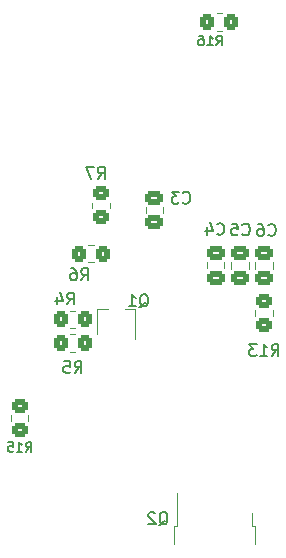
<source format=gbo>
G04 #@! TF.GenerationSoftware,KiCad,Pcbnew,(6.0.6)*
G04 #@! TF.CreationDate,2022-08-27T12:11:26+02:00*
G04 #@! TF.ProjectId,switched-load-module,73776974-6368-4656-942d-6c6f61642d6d,rev?*
G04 #@! TF.SameCoordinates,Original*
G04 #@! TF.FileFunction,Legend,Bot*
G04 #@! TF.FilePolarity,Positive*
%FSLAX46Y46*%
G04 Gerber Fmt 4.6, Leading zero omitted, Abs format (unit mm)*
G04 Created by KiCad (PCBNEW (6.0.6)) date 2022-08-27 12:11:26*
%MOMM*%
%LPD*%
G01*
G04 APERTURE LIST*
G04 Aperture macros list*
%AMRoundRect*
0 Rectangle with rounded corners*
0 $1 Rounding radius*
0 $2 $3 $4 $5 $6 $7 $8 $9 X,Y pos of 4 corners*
0 Add a 4 corners polygon primitive as box body*
4,1,4,$2,$3,$4,$5,$6,$7,$8,$9,$2,$3,0*
0 Add four circle primitives for the rounded corners*
1,1,$1+$1,$2,$3*
1,1,$1+$1,$4,$5*
1,1,$1+$1,$6,$7*
1,1,$1+$1,$8,$9*
0 Add four rect primitives between the rounded corners*
20,1,$1+$1,$2,$3,$4,$5,0*
20,1,$1+$1,$4,$5,$6,$7,0*
20,1,$1+$1,$6,$7,$8,$9,0*
20,1,$1+$1,$8,$9,$2,$3,0*%
G04 Aperture macros list end*
%ADD10C,0.150000*%
%ADD11C,0.120000*%
%ADD12C,1.515000*%
%ADD13R,2.600000X2.600000*%
%ADD14C,2.600000*%
%ADD15R,1.700000X1.700000*%
%ADD16O,1.700000X1.700000*%
%ADD17C,2.400000*%
%ADD18O,2.400000X2.400000*%
%ADD19C,3.200000*%
%ADD20RoundRect,0.250000X0.350000X0.450000X-0.350000X0.450000X-0.350000X-0.450000X0.350000X-0.450000X0*%
%ADD21RoundRect,0.250000X-0.475000X0.337500X-0.475000X-0.337500X0.475000X-0.337500X0.475000X0.337500X0*%
%ADD22RoundRect,0.250000X0.450000X-0.350000X0.450000X0.350000X-0.450000X0.350000X-0.450000X-0.350000X0*%
%ADD23RoundRect,0.250000X-0.350000X-0.450000X0.350000X-0.450000X0.350000X0.450000X-0.350000X0.450000X0*%
%ADD24RoundRect,0.250000X-0.450000X0.350000X-0.450000X-0.350000X0.450000X-0.350000X0.450000X0.350000X0*%
%ADD25R,0.700000X1.000000*%
%ADD26RoundRect,0.250000X0.475000X-0.337500X0.475000X0.337500X-0.475000X0.337500X-0.475000X-0.337500X0*%
%ADD27R,1.200000X2.200000*%
%ADD28R,5.800000X6.400000*%
G04 APERTURE END LIST*
D10*
X45516666Y-75902380D02*
X45850000Y-75426190D01*
X46088095Y-75902380D02*
X46088095Y-74902380D01*
X45707142Y-74902380D01*
X45611904Y-74950000D01*
X45564285Y-74997619D01*
X45516666Y-75092857D01*
X45516666Y-75235714D01*
X45564285Y-75330952D01*
X45611904Y-75378571D01*
X45707142Y-75426190D01*
X46088095Y-75426190D01*
X44611904Y-74902380D02*
X45088095Y-74902380D01*
X45135714Y-75378571D01*
X45088095Y-75330952D01*
X44992857Y-75283333D01*
X44754761Y-75283333D01*
X44659523Y-75330952D01*
X44611904Y-75378571D01*
X44564285Y-75473809D01*
X44564285Y-75711904D01*
X44611904Y-75807142D01*
X44659523Y-75854761D01*
X44754761Y-75902380D01*
X44992857Y-75902380D01*
X45088095Y-75854761D01*
X45135714Y-75807142D01*
X61916666Y-64207142D02*
X61964285Y-64254761D01*
X62107142Y-64302380D01*
X62202380Y-64302380D01*
X62345238Y-64254761D01*
X62440476Y-64159523D01*
X62488095Y-64064285D01*
X62535714Y-63873809D01*
X62535714Y-63730952D01*
X62488095Y-63540476D01*
X62440476Y-63445238D01*
X62345238Y-63350000D01*
X62202380Y-63302380D01*
X62107142Y-63302380D01*
X61964285Y-63350000D01*
X61916666Y-63397619D01*
X61059523Y-63302380D02*
X61250000Y-63302380D01*
X61345238Y-63350000D01*
X61392857Y-63397619D01*
X61488095Y-63540476D01*
X61535714Y-63730952D01*
X61535714Y-64111904D01*
X61488095Y-64207142D01*
X61440476Y-64254761D01*
X61345238Y-64302380D01*
X61154761Y-64302380D01*
X61059523Y-64254761D01*
X61011904Y-64207142D01*
X60964285Y-64111904D01*
X60964285Y-63873809D01*
X61011904Y-63778571D01*
X61059523Y-63730952D01*
X61154761Y-63683333D01*
X61345238Y-63683333D01*
X61440476Y-63730952D01*
X61488095Y-63778571D01*
X61535714Y-63873809D01*
X47466666Y-59452380D02*
X47800000Y-58976190D01*
X48038095Y-59452380D02*
X48038095Y-58452380D01*
X47657142Y-58452380D01*
X47561904Y-58500000D01*
X47514285Y-58547619D01*
X47466666Y-58642857D01*
X47466666Y-58785714D01*
X47514285Y-58880952D01*
X47561904Y-58928571D01*
X47657142Y-58976190D01*
X48038095Y-58976190D01*
X47133333Y-58452380D02*
X46466666Y-58452380D01*
X46895238Y-59452380D01*
X44866666Y-70102380D02*
X45200000Y-69626190D01*
X45438095Y-70102380D02*
X45438095Y-69102380D01*
X45057142Y-69102380D01*
X44961904Y-69150000D01*
X44914285Y-69197619D01*
X44866666Y-69292857D01*
X44866666Y-69435714D01*
X44914285Y-69530952D01*
X44961904Y-69578571D01*
X45057142Y-69626190D01*
X45438095Y-69626190D01*
X44009523Y-69435714D02*
X44009523Y-70102380D01*
X44247619Y-69054761D02*
X44485714Y-69769047D01*
X43866666Y-69769047D01*
X62192857Y-74452380D02*
X62526190Y-73976190D01*
X62764285Y-74452380D02*
X62764285Y-73452380D01*
X62383333Y-73452380D01*
X62288095Y-73500000D01*
X62240476Y-73547619D01*
X62192857Y-73642857D01*
X62192857Y-73785714D01*
X62240476Y-73880952D01*
X62288095Y-73928571D01*
X62383333Y-73976190D01*
X62764285Y-73976190D01*
X61240476Y-74452380D02*
X61811904Y-74452380D01*
X61526190Y-74452380D02*
X61526190Y-73452380D01*
X61621428Y-73595238D01*
X61716666Y-73690476D01*
X61811904Y-73738095D01*
X60907142Y-73452380D02*
X60288095Y-73452380D01*
X60621428Y-73833333D01*
X60478571Y-73833333D01*
X60383333Y-73880952D01*
X60335714Y-73928571D01*
X60288095Y-74023809D01*
X60288095Y-74261904D01*
X60335714Y-74357142D01*
X60383333Y-74404761D01*
X60478571Y-74452380D01*
X60764285Y-74452380D01*
X60859523Y-74404761D01*
X60907142Y-74357142D01*
X50995238Y-70347619D02*
X51090476Y-70300000D01*
X51185714Y-70204761D01*
X51328571Y-70061904D01*
X51423809Y-70014285D01*
X51519047Y-70014285D01*
X51471428Y-70252380D02*
X51566666Y-70204761D01*
X51661904Y-70109523D01*
X51709523Y-69919047D01*
X51709523Y-69585714D01*
X51661904Y-69395238D01*
X51566666Y-69300000D01*
X51471428Y-69252380D01*
X51280952Y-69252380D01*
X51185714Y-69300000D01*
X51090476Y-69395238D01*
X51042857Y-69585714D01*
X51042857Y-69919047D01*
X51090476Y-70109523D01*
X51185714Y-70204761D01*
X51280952Y-70252380D01*
X51471428Y-70252380D01*
X50090476Y-70252380D02*
X50661904Y-70252380D01*
X50376190Y-70252380D02*
X50376190Y-69252380D01*
X50471428Y-69395238D01*
X50566666Y-69490476D01*
X50661904Y-69538095D01*
X57514285Y-48161904D02*
X57780952Y-47780952D01*
X57971428Y-48161904D02*
X57971428Y-47361904D01*
X57666666Y-47361904D01*
X57590476Y-47400000D01*
X57552380Y-47438095D01*
X57514285Y-47514285D01*
X57514285Y-47628571D01*
X57552380Y-47704761D01*
X57590476Y-47742857D01*
X57666666Y-47780952D01*
X57971428Y-47780952D01*
X56752380Y-48161904D02*
X57209523Y-48161904D01*
X56980952Y-48161904D02*
X56980952Y-47361904D01*
X57057142Y-47476190D01*
X57133333Y-47552380D01*
X57209523Y-47590476D01*
X56066666Y-47361904D02*
X56219047Y-47361904D01*
X56295238Y-47400000D01*
X56333333Y-47438095D01*
X56409523Y-47552380D01*
X56447619Y-47704761D01*
X56447619Y-48009523D01*
X56409523Y-48085714D01*
X56371428Y-48123809D01*
X56295238Y-48161904D01*
X56142857Y-48161904D01*
X56066666Y-48123809D01*
X56028571Y-48085714D01*
X55990476Y-48009523D01*
X55990476Y-47819047D01*
X56028571Y-47742857D01*
X56066666Y-47704761D01*
X56142857Y-47666666D01*
X56295238Y-47666666D01*
X56371428Y-47704761D01*
X56409523Y-47742857D01*
X56447619Y-47819047D01*
X46066666Y-68052380D02*
X46400000Y-67576190D01*
X46638095Y-68052380D02*
X46638095Y-67052380D01*
X46257142Y-67052380D01*
X46161904Y-67100000D01*
X46114285Y-67147619D01*
X46066666Y-67242857D01*
X46066666Y-67385714D01*
X46114285Y-67480952D01*
X46161904Y-67528571D01*
X46257142Y-67576190D01*
X46638095Y-67576190D01*
X45209523Y-67052380D02*
X45400000Y-67052380D01*
X45495238Y-67100000D01*
X45542857Y-67147619D01*
X45638095Y-67290476D01*
X45685714Y-67480952D01*
X45685714Y-67861904D01*
X45638095Y-67957142D01*
X45590476Y-68004761D01*
X45495238Y-68052380D01*
X45304761Y-68052380D01*
X45209523Y-68004761D01*
X45161904Y-67957142D01*
X45114285Y-67861904D01*
X45114285Y-67623809D01*
X45161904Y-67528571D01*
X45209523Y-67480952D01*
X45304761Y-67433333D01*
X45495238Y-67433333D01*
X45590476Y-67480952D01*
X45638095Y-67528571D01*
X45685714Y-67623809D01*
X54666666Y-61457142D02*
X54714285Y-61504761D01*
X54857142Y-61552380D01*
X54952380Y-61552380D01*
X55095238Y-61504761D01*
X55190476Y-61409523D01*
X55238095Y-61314285D01*
X55285714Y-61123809D01*
X55285714Y-60980952D01*
X55238095Y-60790476D01*
X55190476Y-60695238D01*
X55095238Y-60600000D01*
X54952380Y-60552380D01*
X54857142Y-60552380D01*
X54714285Y-60600000D01*
X54666666Y-60647619D01*
X54333333Y-60552380D02*
X53714285Y-60552380D01*
X54047619Y-60933333D01*
X53904761Y-60933333D01*
X53809523Y-60980952D01*
X53761904Y-61028571D01*
X53714285Y-61123809D01*
X53714285Y-61361904D01*
X53761904Y-61457142D01*
X53809523Y-61504761D01*
X53904761Y-61552380D01*
X54190476Y-61552380D01*
X54285714Y-61504761D01*
X54333333Y-61457142D01*
X59716666Y-64157142D02*
X59764285Y-64204761D01*
X59907142Y-64252380D01*
X60002380Y-64252380D01*
X60145238Y-64204761D01*
X60240476Y-64109523D01*
X60288095Y-64014285D01*
X60335714Y-63823809D01*
X60335714Y-63680952D01*
X60288095Y-63490476D01*
X60240476Y-63395238D01*
X60145238Y-63300000D01*
X60002380Y-63252380D01*
X59907142Y-63252380D01*
X59764285Y-63300000D01*
X59716666Y-63347619D01*
X58811904Y-63252380D02*
X59288095Y-63252380D01*
X59335714Y-63728571D01*
X59288095Y-63680952D01*
X59192857Y-63633333D01*
X58954761Y-63633333D01*
X58859523Y-63680952D01*
X58811904Y-63728571D01*
X58764285Y-63823809D01*
X58764285Y-64061904D01*
X58811904Y-64157142D01*
X58859523Y-64204761D01*
X58954761Y-64252380D01*
X59192857Y-64252380D01*
X59288095Y-64204761D01*
X59335714Y-64157142D01*
X41364285Y-82561904D02*
X41630952Y-82180952D01*
X41821428Y-82561904D02*
X41821428Y-81761904D01*
X41516666Y-81761904D01*
X41440476Y-81800000D01*
X41402380Y-81838095D01*
X41364285Y-81914285D01*
X41364285Y-82028571D01*
X41402380Y-82104761D01*
X41440476Y-82142857D01*
X41516666Y-82180952D01*
X41821428Y-82180952D01*
X40602380Y-82561904D02*
X41059523Y-82561904D01*
X40830952Y-82561904D02*
X40830952Y-81761904D01*
X40907142Y-81876190D01*
X40983333Y-81952380D01*
X41059523Y-81990476D01*
X39878571Y-81761904D02*
X40259523Y-81761904D01*
X40297619Y-82142857D01*
X40259523Y-82104761D01*
X40183333Y-82066666D01*
X39992857Y-82066666D01*
X39916666Y-82104761D01*
X39878571Y-82142857D01*
X39840476Y-82219047D01*
X39840476Y-82409523D01*
X39878571Y-82485714D01*
X39916666Y-82523809D01*
X39992857Y-82561904D01*
X40183333Y-82561904D01*
X40259523Y-82523809D01*
X40297619Y-82485714D01*
X57566666Y-64107142D02*
X57614285Y-64154761D01*
X57757142Y-64202380D01*
X57852380Y-64202380D01*
X57995238Y-64154761D01*
X58090476Y-64059523D01*
X58138095Y-63964285D01*
X58185714Y-63773809D01*
X58185714Y-63630952D01*
X58138095Y-63440476D01*
X58090476Y-63345238D01*
X57995238Y-63250000D01*
X57852380Y-63202380D01*
X57757142Y-63202380D01*
X57614285Y-63250000D01*
X57566666Y-63297619D01*
X56709523Y-63535714D02*
X56709523Y-64202380D01*
X56947619Y-63154761D02*
X57185714Y-63869047D01*
X56566666Y-63869047D01*
X52645238Y-88797619D02*
X52740476Y-88750000D01*
X52835714Y-88654761D01*
X52978571Y-88511904D01*
X53073809Y-88464285D01*
X53169047Y-88464285D01*
X53121428Y-88702380D02*
X53216666Y-88654761D01*
X53311904Y-88559523D01*
X53359523Y-88369047D01*
X53359523Y-88035714D01*
X53311904Y-87845238D01*
X53216666Y-87750000D01*
X53121428Y-87702380D01*
X52930952Y-87702380D01*
X52835714Y-87750000D01*
X52740476Y-87845238D01*
X52692857Y-88035714D01*
X52692857Y-88369047D01*
X52740476Y-88559523D01*
X52835714Y-88654761D01*
X52930952Y-88702380D01*
X53121428Y-88702380D01*
X52311904Y-87797619D02*
X52264285Y-87750000D01*
X52169047Y-87702380D01*
X51930952Y-87702380D01*
X51835714Y-87750000D01*
X51788095Y-87797619D01*
X51740476Y-87892857D01*
X51740476Y-87988095D01*
X51788095Y-88130952D01*
X52359523Y-88702380D01*
X51740476Y-88702380D01*
D11*
X45577064Y-72615000D02*
X45122936Y-72615000D01*
X45577064Y-74085000D02*
X45122936Y-74085000D01*
X62285000Y-66538748D02*
X62285000Y-67061252D01*
X60815000Y-66538748D02*
X60815000Y-67061252D01*
X47015000Y-61927064D02*
X47015000Y-61472936D01*
X48485000Y-61927064D02*
X48485000Y-61472936D01*
X45122936Y-70615000D02*
X45577064Y-70615000D01*
X45122936Y-72085000D02*
X45577064Y-72085000D01*
X60815000Y-70610436D02*
X60815000Y-71064564D01*
X62285000Y-70610436D02*
X62285000Y-71064564D01*
X50660000Y-70475000D02*
X49750000Y-70475000D01*
X50660000Y-73050000D02*
X50660000Y-70475000D01*
X47440000Y-72625000D02*
X47440000Y-70475000D01*
X48350000Y-70475000D02*
X47440000Y-70475000D01*
X57977064Y-46935000D02*
X57522936Y-46935000D01*
X57977064Y-45465000D02*
X57522936Y-45465000D01*
X47127064Y-65065000D02*
X46672936Y-65065000D01*
X47127064Y-66535000D02*
X46672936Y-66535000D01*
X52985000Y-62361252D02*
X52985000Y-61838748D01*
X51515000Y-62361252D02*
X51515000Y-61838748D01*
X58765000Y-66538748D02*
X58765000Y-67061252D01*
X60235000Y-66538748D02*
X60235000Y-67061252D01*
X41585000Y-79472936D02*
X41585000Y-79927064D01*
X40115000Y-79472936D02*
X40115000Y-79927064D01*
X58185000Y-66526248D02*
X58185000Y-67048752D01*
X56715000Y-66526248D02*
X56715000Y-67048752D01*
X60800000Y-88880000D02*
X60530000Y-88880000D01*
X53900000Y-88880000D02*
X54170000Y-88880000D01*
X53900000Y-90380000D02*
X53900000Y-88880000D01*
X60530000Y-88880000D02*
X60530000Y-87780000D01*
X54170000Y-88880000D02*
X54170000Y-86050000D01*
X60800000Y-90380000D02*
X60800000Y-88880000D01*
%LPC*%
D12*
X49984000Y-65780000D03*
X49984000Y-63240000D03*
X49984000Y-60700000D03*
X49984000Y-58160000D03*
X42364000Y-58160000D03*
X42364000Y-65780000D03*
D13*
X90705000Y-92970000D03*
D14*
X90705000Y-87890000D03*
X90705000Y-82810000D03*
X90705000Y-77730000D03*
D15*
X54150000Y-69025000D03*
D16*
X54150000Y-71565000D03*
X54150000Y-74105000D03*
D17*
X79150000Y-94600000D03*
D18*
X79150000Y-48880000D03*
D19*
X44350000Y-93250000D03*
D15*
X41755000Y-75895000D03*
D16*
X41755000Y-73355000D03*
X41755000Y-70815000D03*
D17*
X69100000Y-94610000D03*
D18*
X69100000Y-48890000D03*
D13*
X90700000Y-70100000D03*
D14*
X90700000Y-65020000D03*
X90700000Y-59940000D03*
X90700000Y-54860000D03*
X90700000Y-49780000D03*
D19*
X44350000Y-50250000D03*
D20*
X46350000Y-73350000D03*
X44350000Y-73350000D03*
D21*
X61550000Y-65762500D03*
X61550000Y-67837500D03*
D22*
X47750000Y-62700000D03*
X47750000Y-60700000D03*
D23*
X44350000Y-71350000D03*
X46350000Y-71350000D03*
D24*
X61550000Y-69837500D03*
X61550000Y-71837500D03*
D25*
X50000000Y-72750000D03*
X48100000Y-72750000D03*
X49050000Y-70350000D03*
D20*
X58750000Y-46200000D03*
X56750000Y-46200000D03*
X47900000Y-65800000D03*
X45900000Y-65800000D03*
D26*
X52250000Y-63137500D03*
X52250000Y-61062500D03*
D21*
X59500000Y-65762500D03*
X59500000Y-67837500D03*
D24*
X40850000Y-78700000D03*
X40850000Y-80700000D03*
D21*
X57450000Y-65750000D03*
X57450000Y-67825000D03*
D27*
X55070000Y-87150000D03*
D28*
X57350000Y-93450000D03*
D27*
X59630000Y-87150000D03*
M02*

</source>
